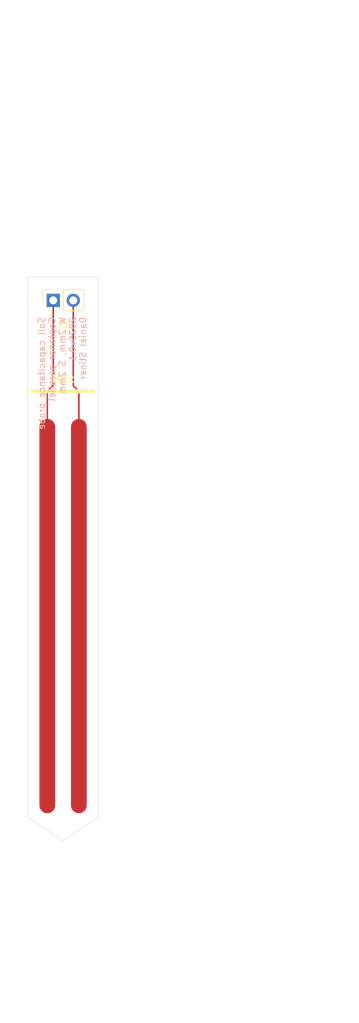
<source format=kicad_pcb>
(kicad_pcb (version 20241229) (generator "pcbnew") (generator_version "9.0")
  (layers (0 "F.Cu" signal) (2 "B.Cu" signal) (13 "F.Paste" user) (15 "B.Paste" user) (5 "F.SilkS" user "F.Silkscreen") (7 "B.SilkS" user "B.Silkscreen") (1 "F.Mask" user) (3 "B.Mask" user) (25 "Edge.Cuts" user))
  (net 0 "")
  (net 1 "/SENSE_SOIL-")
  (net 2 "/SENSE_SOIL+")
  (footprint "Connector_PinSocket_2.54mm:PinSocket_1x02_P2.54mm_Vertical" (layer "F.Cu") (at 86.25 73.475 90)
    (property "Reference" "J1" (at -3.025 1.25 180) (layer "F.SilkS"))
    (property "Value" "Conn_01x02_Socket")
    (fp_line (start 1.33 -1.33) (end 1.33 0) (stroke (width 0.12)) (layer "F.SilkS"))
    (fp_line (start 0 -1.33) (end 1.33 -1.33) (stroke (width 0.12)) (layer "F.SilkS"))
    (fp_line (start 1.33 1.27) (end 1.33 3.87) (stroke (width 0.12)) (layer "F.SilkS"))
    (fp_line (start -1.33 1.27) (end 1.33 1.27) (stroke (width 0.12)) (layer "F.SilkS"))
    (fp_line (start -1.33 1.27) (end -1.33 3.87) (stroke (width 0.12)) (layer "F.SilkS"))
    (fp_line (start -1.33 3.87) (end 1.33 3.87) (stroke (width 0.12)) (layer "F.SilkS"))
    (pad "1" thru_hole rect (at 0 0 90) (size 1.7 1.7) (drill 1) (layers "*.Cu" "*.Mask") (net 2 "/SENSE_SOIL+"))
    (pad "2" thru_hole circle (at 0 2.54 90) (size 1.7 1.7) (drill 1) (layers "*.Cu" "*.Mask") (net 1 "/SENSE_SOIL-"))
  )
  (footprint "CapacitiveStrips:C_Rectangle" (layer "F.Cu") (at 87.5 88.5)
    (property "Reference" "C12" (hide yes))
    (property "Value" "SOIL")
    (pad "1" smd roundrect (at -2 25) (size 2 50) (layers "F.Cu") (roundrect_rratio 0.5) (net 2 "/SENSE_SOIL+"))
    (pad "2" smd roundrect (at 2 25) (size 2 50) (layers "F.Cu") (roundrect_rratio 0.5) (net 1 "/SENSE_SOIL-"))
  )
  (gr_line (start 83.5 85) (end 91.5 85) (stroke (width 0.5)) (layer "F.SilkS"))
  (gr_line (start 83 139) (end 87.5 142) (stroke (width 0.05)) (layer "Edge.Cuts"))
  (gr_line (start 92 70.5) (end 92 139) (stroke (width 0.05)) (layer "Edge.Cuts"))
  (gr_line (start 83 70.5) (end 83 139) (stroke (width 0.05)) (layer "Edge.Cuts"))
  (gr_line (start 87.5 142) (end 92 139) (stroke (width 0.05)) (layer "Edge.Cuts"))
  (gr_line (start 83 70.5) (end 92 70.5) (stroke (width 0.05)) (layer "Edge.Cuts"))
  (gr_text "Max" (at 87.5 84 0) (layer "F.SilkS") (effects (font (size 1 1)) (justify bottom)))
  (gr_text "Soil capacitance probe\nCoplanar parallel\nW 2mm, S 2mm\n2025v0.1\nDaniel Stiner\n" (at 90.5 75.5 90) (layer "B.SilkS") (effects (font (size 0.813 0.813) (thickness 0.127)) (justify left bottom mirror)))
  (segment (start 88.79 73.475) (end 88.79 84.29) (width 0.2) (layer "F.Cu") (net 1))
  (segment (start 89.5 113.5) (end 89.5 85) (width 0.2) (layer "F.Cu") (net 1))
  (segment (start 88.79 84.29) (end 89.5 85) (width 0.2) (layer "F.Cu") (net 1))
  (segment (start 85.5 113.5) (end 85.5 85) (width 0.2) (layer "F.Cu") (net 2))
  (segment (start 86.25 84.25) (end 85.5 85) (width 0.2) (layer "F.Cu") (net 2))
  (segment (start 86.25 73.475) (end 86.25 84.25) (width 0.2) (layer "F.Cu") (net 2))
)
</source>
